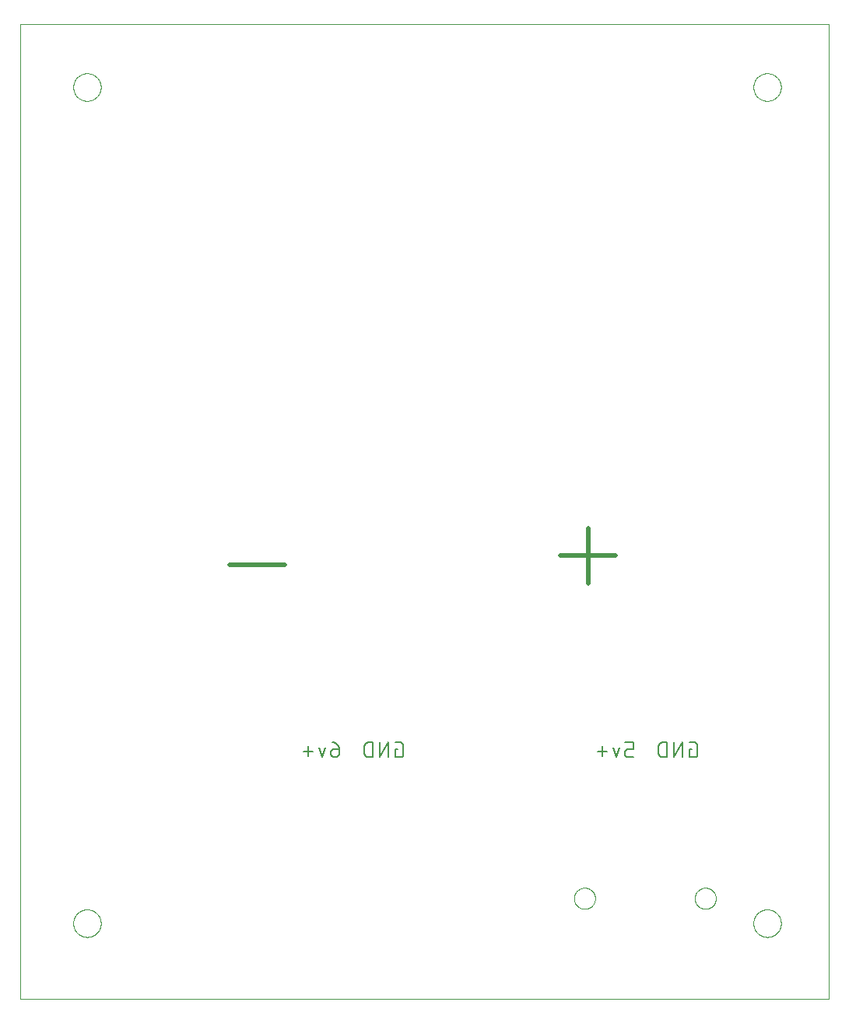
<source format=gbo>
G04 EAGLE Gerber RS-274X export*
G75*
%MOMM*%
%FSLAX34Y34*%
%LPD*%
%INSilk bottom*%
%IPPOS*%
%AMOC8*
5,1,8,0,0,1.08239X$1,22.5*%
G01*
%ADD10C,0.001000*%
%ADD11C,0.508000*%
%ADD12C,0.152400*%
%ADD13C,0.000000*%


D10*
X12286Y7998D02*
X892286Y7998D01*
X892286Y1068368D01*
X12286Y1068368D01*
X12286Y7998D01*
D11*
X600000Y490000D02*
X660000Y490000D01*
X630000Y520000D02*
X630000Y460000D01*
X300000Y480000D02*
X240000Y480000D01*
D12*
X353819Y279793D02*
X359238Y279793D01*
X353819Y279793D02*
X353701Y279791D01*
X353583Y279785D01*
X353465Y279776D01*
X353348Y279762D01*
X353231Y279745D01*
X353114Y279724D01*
X352999Y279699D01*
X352884Y279670D01*
X352770Y279637D01*
X352658Y279601D01*
X352547Y279561D01*
X352437Y279518D01*
X352328Y279471D01*
X352221Y279421D01*
X352116Y279366D01*
X352013Y279309D01*
X351912Y279248D01*
X351812Y279184D01*
X351715Y279117D01*
X351620Y279047D01*
X351528Y278973D01*
X351437Y278897D01*
X351350Y278817D01*
X351265Y278735D01*
X351183Y278650D01*
X351103Y278563D01*
X351027Y278472D01*
X350953Y278380D01*
X350883Y278285D01*
X350816Y278188D01*
X350752Y278088D01*
X350691Y277987D01*
X350634Y277884D01*
X350579Y277779D01*
X350529Y277672D01*
X350482Y277563D01*
X350439Y277453D01*
X350399Y277342D01*
X350363Y277230D01*
X350330Y277116D01*
X350301Y277001D01*
X350276Y276886D01*
X350255Y276769D01*
X350238Y276652D01*
X350224Y276535D01*
X350215Y276417D01*
X350209Y276299D01*
X350207Y276181D01*
X350207Y275278D01*
X350206Y275278D02*
X350208Y275145D01*
X350214Y275013D01*
X350224Y274881D01*
X350237Y274749D01*
X350255Y274617D01*
X350276Y274487D01*
X350301Y274356D01*
X350330Y274227D01*
X350363Y274099D01*
X350399Y273971D01*
X350439Y273845D01*
X350483Y273720D01*
X350531Y273596D01*
X350582Y273474D01*
X350637Y273353D01*
X350695Y273234D01*
X350757Y273116D01*
X350822Y273001D01*
X350891Y272887D01*
X350962Y272776D01*
X351038Y272667D01*
X351116Y272560D01*
X351197Y272455D01*
X351282Y272353D01*
X351369Y272253D01*
X351459Y272156D01*
X351552Y272061D01*
X351648Y271970D01*
X351746Y271881D01*
X351847Y271795D01*
X351951Y271712D01*
X352057Y271632D01*
X352165Y271556D01*
X352275Y271482D01*
X352388Y271412D01*
X352502Y271345D01*
X352619Y271282D01*
X352737Y271222D01*
X352857Y271165D01*
X352979Y271112D01*
X353102Y271063D01*
X353226Y271017D01*
X353352Y270975D01*
X353479Y270937D01*
X353607Y270902D01*
X353736Y270871D01*
X353865Y270844D01*
X353996Y270821D01*
X354127Y270801D01*
X354259Y270786D01*
X354391Y270774D01*
X354523Y270766D01*
X354656Y270762D01*
X354788Y270762D01*
X354921Y270766D01*
X355053Y270774D01*
X355185Y270786D01*
X355317Y270801D01*
X355448Y270821D01*
X355579Y270844D01*
X355708Y270871D01*
X355837Y270902D01*
X355965Y270937D01*
X356092Y270975D01*
X356218Y271017D01*
X356342Y271063D01*
X356465Y271112D01*
X356587Y271165D01*
X356707Y271222D01*
X356825Y271282D01*
X356942Y271345D01*
X357056Y271412D01*
X357169Y271482D01*
X357279Y271556D01*
X357387Y271632D01*
X357493Y271712D01*
X357597Y271795D01*
X357698Y271881D01*
X357796Y271970D01*
X357892Y272061D01*
X357985Y272156D01*
X358075Y272253D01*
X358162Y272353D01*
X358247Y272455D01*
X358328Y272560D01*
X358406Y272667D01*
X358482Y272776D01*
X358553Y272887D01*
X358622Y273001D01*
X358687Y273116D01*
X358749Y273234D01*
X358807Y273353D01*
X358862Y273474D01*
X358913Y273596D01*
X358961Y273720D01*
X359005Y273845D01*
X359045Y273971D01*
X359081Y274099D01*
X359114Y274227D01*
X359143Y274356D01*
X359168Y274487D01*
X359189Y274617D01*
X359207Y274749D01*
X359220Y274881D01*
X359230Y275013D01*
X359236Y275145D01*
X359238Y275278D01*
X359238Y279793D01*
X359236Y279968D01*
X359230Y280142D01*
X359219Y280316D01*
X359204Y280490D01*
X359185Y280664D01*
X359162Y280837D01*
X359135Y281009D01*
X359103Y281181D01*
X359068Y281352D01*
X359028Y281522D01*
X358984Y281691D01*
X358936Y281859D01*
X358884Y282026D01*
X358828Y282191D01*
X358768Y282355D01*
X358705Y282518D01*
X358637Y282678D01*
X358565Y282838D01*
X358490Y282995D01*
X358410Y283151D01*
X358327Y283304D01*
X358241Y283456D01*
X358150Y283605D01*
X358056Y283752D01*
X357959Y283897D01*
X357858Y284040D01*
X357754Y284180D01*
X357646Y284317D01*
X357535Y284452D01*
X357421Y284584D01*
X357304Y284713D01*
X357183Y284840D01*
X357060Y284963D01*
X356933Y285084D01*
X356804Y285201D01*
X356672Y285315D01*
X356537Y285426D01*
X356400Y285534D01*
X356260Y285638D01*
X356117Y285739D01*
X355972Y285836D01*
X355825Y285930D01*
X355676Y286021D01*
X355524Y286107D01*
X355371Y286190D01*
X355215Y286270D01*
X355058Y286345D01*
X354898Y286417D01*
X354738Y286485D01*
X354575Y286548D01*
X354411Y286608D01*
X354246Y286664D01*
X354079Y286716D01*
X353911Y286764D01*
X353742Y286808D01*
X353572Y286848D01*
X353401Y286883D01*
X353229Y286915D01*
X353057Y286942D01*
X352884Y286965D01*
X352710Y286984D01*
X352536Y286999D01*
X352362Y287010D01*
X352188Y287016D01*
X352013Y287018D01*
X344267Y281599D02*
X340654Y270762D01*
X337042Y281599D01*
X330963Y277084D02*
X320126Y277084D01*
X325544Y271665D02*
X325544Y282502D01*
X420207Y279793D02*
X422916Y279793D01*
X420207Y279793D02*
X420207Y270762D01*
X425626Y270762D01*
X425744Y270764D01*
X425862Y270770D01*
X425980Y270779D01*
X426097Y270793D01*
X426214Y270810D01*
X426331Y270831D01*
X426446Y270856D01*
X426561Y270885D01*
X426675Y270918D01*
X426787Y270954D01*
X426898Y270994D01*
X427008Y271037D01*
X427117Y271084D01*
X427224Y271134D01*
X427329Y271189D01*
X427432Y271246D01*
X427533Y271307D01*
X427633Y271371D01*
X427730Y271438D01*
X427825Y271508D01*
X427917Y271582D01*
X428008Y271658D01*
X428095Y271738D01*
X428180Y271820D01*
X428262Y271905D01*
X428342Y271992D01*
X428418Y272083D01*
X428492Y272175D01*
X428562Y272270D01*
X428629Y272367D01*
X428693Y272467D01*
X428754Y272568D01*
X428811Y272671D01*
X428866Y272776D01*
X428916Y272883D01*
X428963Y272992D01*
X429006Y273102D01*
X429046Y273213D01*
X429082Y273325D01*
X429115Y273439D01*
X429144Y273554D01*
X429169Y273669D01*
X429190Y273786D01*
X429207Y273903D01*
X429221Y274020D01*
X429230Y274138D01*
X429236Y274256D01*
X429238Y274374D01*
X429238Y283406D01*
X429236Y283524D01*
X429230Y283642D01*
X429221Y283760D01*
X429207Y283877D01*
X429190Y283994D01*
X429169Y284111D01*
X429144Y284226D01*
X429115Y284341D01*
X429082Y284455D01*
X429046Y284567D01*
X429006Y284678D01*
X428963Y284788D01*
X428916Y284897D01*
X428866Y285004D01*
X428811Y285109D01*
X428754Y285212D01*
X428693Y285313D01*
X428629Y285413D01*
X428562Y285510D01*
X428492Y285605D01*
X428418Y285697D01*
X428342Y285788D01*
X428262Y285875D01*
X428180Y285960D01*
X428095Y286042D01*
X428008Y286122D01*
X427917Y286198D01*
X427825Y286272D01*
X427730Y286342D01*
X427633Y286409D01*
X427533Y286473D01*
X427432Y286534D01*
X427329Y286591D01*
X427224Y286646D01*
X427117Y286696D01*
X427008Y286743D01*
X426898Y286786D01*
X426787Y286826D01*
X426675Y286862D01*
X426561Y286895D01*
X426446Y286924D01*
X426331Y286949D01*
X426214Y286970D01*
X426097Y286987D01*
X425980Y287001D01*
X425862Y287010D01*
X425744Y287016D01*
X425626Y287018D01*
X420207Y287018D01*
X412565Y287018D02*
X412565Y270762D01*
X403534Y270762D02*
X412565Y287018D01*
X403534Y287018D02*
X403534Y270762D01*
X395891Y270762D02*
X395891Y287018D01*
X391376Y287018D01*
X391245Y287016D01*
X391113Y287010D01*
X390982Y287001D01*
X390852Y286987D01*
X390721Y286970D01*
X390592Y286949D01*
X390463Y286925D01*
X390335Y286896D01*
X390207Y286864D01*
X390081Y286828D01*
X389956Y286789D01*
X389831Y286746D01*
X389709Y286699D01*
X389587Y286649D01*
X389467Y286595D01*
X389349Y286538D01*
X389233Y286477D01*
X389118Y286413D01*
X389005Y286346D01*
X388894Y286275D01*
X388786Y286201D01*
X388679Y286124D01*
X388575Y286044D01*
X388473Y285961D01*
X388374Y285876D01*
X388277Y285787D01*
X388183Y285695D01*
X388091Y285601D01*
X388002Y285504D01*
X387917Y285405D01*
X387834Y285303D01*
X387754Y285199D01*
X387677Y285092D01*
X387603Y284984D01*
X387532Y284873D01*
X387465Y284760D01*
X387401Y284645D01*
X387340Y284529D01*
X387283Y284411D01*
X387229Y284291D01*
X387179Y284169D01*
X387132Y284047D01*
X387089Y283922D01*
X387050Y283797D01*
X387014Y283671D01*
X386982Y283543D01*
X386953Y283415D01*
X386929Y283286D01*
X386908Y283157D01*
X386891Y283026D01*
X386877Y282896D01*
X386868Y282765D01*
X386862Y282633D01*
X386860Y282502D01*
X386860Y275278D01*
X386862Y275147D01*
X386868Y275015D01*
X386877Y274884D01*
X386891Y274754D01*
X386908Y274623D01*
X386929Y274494D01*
X386953Y274365D01*
X386982Y274237D01*
X387014Y274109D01*
X387050Y273983D01*
X387089Y273858D01*
X387132Y273733D01*
X387179Y273611D01*
X387229Y273489D01*
X387283Y273369D01*
X387340Y273251D01*
X387401Y273135D01*
X387465Y273020D01*
X387532Y272907D01*
X387603Y272796D01*
X387677Y272688D01*
X387754Y272581D01*
X387834Y272477D01*
X387917Y272375D01*
X388002Y272276D01*
X388091Y272179D01*
X388183Y272085D01*
X388277Y271993D01*
X388374Y271904D01*
X388473Y271819D01*
X388575Y271736D01*
X388679Y271656D01*
X388786Y271579D01*
X388894Y271505D01*
X389005Y271434D01*
X389118Y271367D01*
X389233Y271303D01*
X389349Y271242D01*
X389467Y271185D01*
X389587Y271131D01*
X389709Y271081D01*
X389831Y271034D01*
X389956Y270991D01*
X390081Y270952D01*
X390207Y270916D01*
X390335Y270884D01*
X390463Y270855D01*
X390592Y270831D01*
X390721Y270810D01*
X390852Y270793D01*
X390982Y270779D01*
X391113Y270770D01*
X391245Y270764D01*
X391376Y270762D01*
X395891Y270762D01*
X673819Y270762D02*
X679238Y270762D01*
X673819Y270762D02*
X673701Y270764D01*
X673583Y270770D01*
X673465Y270779D01*
X673348Y270793D01*
X673231Y270810D01*
X673114Y270831D01*
X672999Y270856D01*
X672884Y270885D01*
X672770Y270918D01*
X672658Y270954D01*
X672547Y270994D01*
X672437Y271037D01*
X672328Y271084D01*
X672221Y271134D01*
X672116Y271189D01*
X672013Y271246D01*
X671912Y271307D01*
X671812Y271371D01*
X671715Y271438D01*
X671620Y271508D01*
X671528Y271582D01*
X671437Y271658D01*
X671350Y271738D01*
X671265Y271820D01*
X671183Y271905D01*
X671103Y271992D01*
X671027Y272083D01*
X670953Y272175D01*
X670883Y272270D01*
X670816Y272367D01*
X670752Y272467D01*
X670691Y272568D01*
X670634Y272671D01*
X670579Y272776D01*
X670529Y272883D01*
X670482Y272992D01*
X670439Y273102D01*
X670399Y273213D01*
X670363Y273325D01*
X670330Y273439D01*
X670301Y273554D01*
X670276Y273669D01*
X670255Y273786D01*
X670238Y273903D01*
X670224Y274020D01*
X670215Y274138D01*
X670209Y274256D01*
X670207Y274374D01*
X670207Y276181D01*
X670209Y276299D01*
X670215Y276417D01*
X670224Y276535D01*
X670238Y276652D01*
X670255Y276769D01*
X670276Y276886D01*
X670301Y277001D01*
X670330Y277116D01*
X670363Y277230D01*
X670399Y277342D01*
X670439Y277453D01*
X670482Y277563D01*
X670529Y277672D01*
X670579Y277779D01*
X670634Y277884D01*
X670691Y277987D01*
X670752Y278088D01*
X670816Y278188D01*
X670883Y278285D01*
X670953Y278380D01*
X671027Y278472D01*
X671103Y278563D01*
X671183Y278650D01*
X671265Y278735D01*
X671350Y278817D01*
X671437Y278897D01*
X671528Y278973D01*
X671620Y279047D01*
X671715Y279117D01*
X671812Y279184D01*
X671912Y279248D01*
X672013Y279309D01*
X672116Y279366D01*
X672221Y279421D01*
X672328Y279471D01*
X672437Y279518D01*
X672547Y279561D01*
X672658Y279601D01*
X672770Y279637D01*
X672884Y279670D01*
X672999Y279699D01*
X673114Y279724D01*
X673231Y279745D01*
X673348Y279762D01*
X673465Y279776D01*
X673583Y279785D01*
X673701Y279791D01*
X673819Y279793D01*
X679238Y279793D01*
X679238Y287018D01*
X670207Y287018D01*
X664267Y281599D02*
X660654Y270762D01*
X657042Y281599D01*
X650963Y277084D02*
X640126Y277084D01*
X645544Y271665D02*
X645544Y282502D01*
X740207Y279793D02*
X742916Y279793D01*
X740207Y279793D02*
X740207Y270762D01*
X745626Y270762D01*
X745744Y270764D01*
X745862Y270770D01*
X745980Y270779D01*
X746097Y270793D01*
X746214Y270810D01*
X746331Y270831D01*
X746446Y270856D01*
X746561Y270885D01*
X746675Y270918D01*
X746787Y270954D01*
X746898Y270994D01*
X747008Y271037D01*
X747117Y271084D01*
X747224Y271134D01*
X747329Y271189D01*
X747432Y271246D01*
X747533Y271307D01*
X747633Y271371D01*
X747730Y271438D01*
X747825Y271508D01*
X747917Y271582D01*
X748008Y271658D01*
X748095Y271738D01*
X748180Y271820D01*
X748262Y271905D01*
X748342Y271992D01*
X748418Y272083D01*
X748492Y272175D01*
X748562Y272270D01*
X748629Y272367D01*
X748693Y272467D01*
X748754Y272568D01*
X748811Y272671D01*
X748866Y272776D01*
X748916Y272883D01*
X748963Y272992D01*
X749006Y273102D01*
X749046Y273213D01*
X749082Y273325D01*
X749115Y273439D01*
X749144Y273554D01*
X749169Y273669D01*
X749190Y273786D01*
X749207Y273903D01*
X749221Y274020D01*
X749230Y274138D01*
X749236Y274256D01*
X749238Y274374D01*
X749238Y283406D01*
X749236Y283524D01*
X749230Y283642D01*
X749221Y283760D01*
X749207Y283877D01*
X749190Y283994D01*
X749169Y284111D01*
X749144Y284226D01*
X749115Y284341D01*
X749082Y284455D01*
X749046Y284567D01*
X749006Y284678D01*
X748963Y284788D01*
X748916Y284897D01*
X748866Y285004D01*
X748811Y285109D01*
X748754Y285212D01*
X748693Y285313D01*
X748629Y285413D01*
X748562Y285510D01*
X748492Y285605D01*
X748418Y285697D01*
X748342Y285788D01*
X748262Y285875D01*
X748180Y285960D01*
X748095Y286042D01*
X748008Y286122D01*
X747917Y286198D01*
X747825Y286272D01*
X747730Y286342D01*
X747633Y286409D01*
X747533Y286473D01*
X747432Y286534D01*
X747329Y286591D01*
X747224Y286646D01*
X747117Y286696D01*
X747008Y286743D01*
X746898Y286786D01*
X746787Y286826D01*
X746675Y286862D01*
X746561Y286895D01*
X746446Y286924D01*
X746331Y286949D01*
X746214Y286970D01*
X746097Y286987D01*
X745980Y287001D01*
X745862Y287010D01*
X745744Y287016D01*
X745626Y287018D01*
X740207Y287018D01*
X732565Y287018D02*
X732565Y270762D01*
X723534Y270762D02*
X732565Y287018D01*
X723534Y287018D02*
X723534Y270762D01*
X715891Y270762D02*
X715891Y287018D01*
X711376Y287018D01*
X711245Y287016D01*
X711113Y287010D01*
X710982Y287001D01*
X710852Y286987D01*
X710721Y286970D01*
X710592Y286949D01*
X710463Y286925D01*
X710335Y286896D01*
X710207Y286864D01*
X710081Y286828D01*
X709956Y286789D01*
X709831Y286746D01*
X709709Y286699D01*
X709587Y286649D01*
X709467Y286595D01*
X709349Y286538D01*
X709233Y286477D01*
X709118Y286413D01*
X709005Y286346D01*
X708894Y286275D01*
X708786Y286201D01*
X708679Y286124D01*
X708575Y286044D01*
X708473Y285961D01*
X708374Y285876D01*
X708277Y285787D01*
X708183Y285695D01*
X708091Y285601D01*
X708002Y285504D01*
X707917Y285405D01*
X707834Y285303D01*
X707754Y285199D01*
X707677Y285092D01*
X707603Y284984D01*
X707532Y284873D01*
X707465Y284760D01*
X707401Y284645D01*
X707340Y284529D01*
X707283Y284411D01*
X707229Y284291D01*
X707179Y284169D01*
X707132Y284047D01*
X707089Y283922D01*
X707050Y283797D01*
X707014Y283671D01*
X706982Y283543D01*
X706953Y283415D01*
X706929Y283286D01*
X706908Y283157D01*
X706891Y283026D01*
X706877Y282896D01*
X706868Y282765D01*
X706862Y282633D01*
X706860Y282502D01*
X706860Y275278D01*
X706862Y275147D01*
X706868Y275015D01*
X706877Y274884D01*
X706891Y274754D01*
X706908Y274623D01*
X706929Y274494D01*
X706953Y274365D01*
X706982Y274237D01*
X707014Y274109D01*
X707050Y273983D01*
X707089Y273858D01*
X707132Y273733D01*
X707179Y273611D01*
X707229Y273489D01*
X707283Y273369D01*
X707340Y273251D01*
X707401Y273135D01*
X707465Y273020D01*
X707532Y272907D01*
X707603Y272796D01*
X707677Y272688D01*
X707754Y272581D01*
X707834Y272477D01*
X707917Y272375D01*
X708002Y272276D01*
X708091Y272179D01*
X708183Y272085D01*
X708277Y271993D01*
X708374Y271904D01*
X708473Y271819D01*
X708575Y271736D01*
X708679Y271656D01*
X708786Y271579D01*
X708894Y271505D01*
X709005Y271434D01*
X709118Y271367D01*
X709233Y271303D01*
X709349Y271242D01*
X709467Y271185D01*
X709587Y271131D01*
X709709Y271081D01*
X709831Y271034D01*
X709956Y270991D01*
X710081Y270952D01*
X710207Y270916D01*
X710335Y270884D01*
X710463Y270855D01*
X710592Y270831D01*
X710721Y270810D01*
X710852Y270793D01*
X710982Y270779D01*
X711113Y270770D01*
X711245Y270764D01*
X711376Y270762D01*
X715891Y270762D01*
D13*
X614800Y117099D02*
X614803Y117381D01*
X614814Y117663D01*
X614831Y117945D01*
X614855Y118226D01*
X614886Y118507D01*
X614924Y118786D01*
X614969Y119065D01*
X615021Y119343D01*
X615079Y119619D01*
X615145Y119893D01*
X615217Y120166D01*
X615295Y120437D01*
X615380Y120706D01*
X615472Y120973D01*
X615571Y121238D01*
X615675Y121500D01*
X615787Y121759D01*
X615904Y122016D01*
X616028Y122270D01*
X616158Y122520D01*
X616294Y122767D01*
X616436Y123011D01*
X616584Y123251D01*
X616738Y123488D01*
X616898Y123721D01*
X617063Y123950D01*
X617234Y124174D01*
X617410Y124395D01*
X617592Y124610D01*
X617779Y124822D01*
X617971Y125029D01*
X618168Y125231D01*
X618370Y125428D01*
X618577Y125620D01*
X618789Y125807D01*
X619004Y125989D01*
X619225Y126165D01*
X619449Y126336D01*
X619678Y126501D01*
X619911Y126661D01*
X620148Y126815D01*
X620388Y126963D01*
X620632Y127105D01*
X620879Y127241D01*
X621129Y127371D01*
X621383Y127495D01*
X621640Y127612D01*
X621899Y127724D01*
X622161Y127828D01*
X622426Y127927D01*
X622693Y128019D01*
X622962Y128104D01*
X623233Y128182D01*
X623506Y128254D01*
X623780Y128320D01*
X624056Y128378D01*
X624334Y128430D01*
X624613Y128475D01*
X624892Y128513D01*
X625173Y128544D01*
X625454Y128568D01*
X625736Y128585D01*
X626018Y128596D01*
X626300Y128599D01*
X626582Y128596D01*
X626864Y128585D01*
X627146Y128568D01*
X627427Y128544D01*
X627708Y128513D01*
X627987Y128475D01*
X628266Y128430D01*
X628544Y128378D01*
X628820Y128320D01*
X629094Y128254D01*
X629367Y128182D01*
X629638Y128104D01*
X629907Y128019D01*
X630174Y127927D01*
X630439Y127828D01*
X630701Y127724D01*
X630960Y127612D01*
X631217Y127495D01*
X631471Y127371D01*
X631721Y127241D01*
X631968Y127105D01*
X632212Y126963D01*
X632452Y126815D01*
X632689Y126661D01*
X632922Y126501D01*
X633151Y126336D01*
X633375Y126165D01*
X633596Y125989D01*
X633811Y125807D01*
X634023Y125620D01*
X634230Y125428D01*
X634432Y125231D01*
X634629Y125029D01*
X634821Y124822D01*
X635008Y124610D01*
X635190Y124395D01*
X635366Y124174D01*
X635537Y123950D01*
X635702Y123721D01*
X635862Y123488D01*
X636016Y123251D01*
X636164Y123011D01*
X636306Y122767D01*
X636442Y122520D01*
X636572Y122270D01*
X636696Y122016D01*
X636813Y121759D01*
X636925Y121500D01*
X637029Y121238D01*
X637128Y120973D01*
X637220Y120706D01*
X637305Y120437D01*
X637383Y120166D01*
X637455Y119893D01*
X637521Y119619D01*
X637579Y119343D01*
X637631Y119065D01*
X637676Y118786D01*
X637714Y118507D01*
X637745Y118226D01*
X637769Y117945D01*
X637786Y117663D01*
X637797Y117381D01*
X637800Y117099D01*
X637797Y116817D01*
X637786Y116535D01*
X637769Y116253D01*
X637745Y115972D01*
X637714Y115691D01*
X637676Y115412D01*
X637631Y115133D01*
X637579Y114855D01*
X637521Y114579D01*
X637455Y114305D01*
X637383Y114032D01*
X637305Y113761D01*
X637220Y113492D01*
X637128Y113225D01*
X637029Y112960D01*
X636925Y112698D01*
X636813Y112439D01*
X636696Y112182D01*
X636572Y111928D01*
X636442Y111678D01*
X636306Y111431D01*
X636164Y111187D01*
X636016Y110947D01*
X635862Y110710D01*
X635702Y110477D01*
X635537Y110248D01*
X635366Y110024D01*
X635190Y109803D01*
X635008Y109588D01*
X634821Y109376D01*
X634629Y109169D01*
X634432Y108967D01*
X634230Y108770D01*
X634023Y108578D01*
X633811Y108391D01*
X633596Y108209D01*
X633375Y108033D01*
X633151Y107862D01*
X632922Y107697D01*
X632689Y107537D01*
X632452Y107383D01*
X632212Y107235D01*
X631968Y107093D01*
X631721Y106957D01*
X631471Y106827D01*
X631217Y106703D01*
X630960Y106586D01*
X630701Y106474D01*
X630439Y106370D01*
X630174Y106271D01*
X629907Y106179D01*
X629638Y106094D01*
X629367Y106016D01*
X629094Y105944D01*
X628820Y105878D01*
X628544Y105820D01*
X628266Y105768D01*
X627987Y105723D01*
X627708Y105685D01*
X627427Y105654D01*
X627146Y105630D01*
X626864Y105613D01*
X626582Y105602D01*
X626300Y105599D01*
X626018Y105602D01*
X625736Y105613D01*
X625454Y105630D01*
X625173Y105654D01*
X624892Y105685D01*
X624613Y105723D01*
X624334Y105768D01*
X624056Y105820D01*
X623780Y105878D01*
X623506Y105944D01*
X623233Y106016D01*
X622962Y106094D01*
X622693Y106179D01*
X622426Y106271D01*
X622161Y106370D01*
X621899Y106474D01*
X621640Y106586D01*
X621383Y106703D01*
X621129Y106827D01*
X620879Y106957D01*
X620632Y107093D01*
X620388Y107235D01*
X620148Y107383D01*
X619911Y107537D01*
X619678Y107697D01*
X619449Y107862D01*
X619225Y108033D01*
X619004Y108209D01*
X618789Y108391D01*
X618577Y108578D01*
X618370Y108770D01*
X618168Y108967D01*
X617971Y109169D01*
X617779Y109376D01*
X617592Y109588D01*
X617410Y109803D01*
X617234Y110024D01*
X617063Y110248D01*
X616898Y110477D01*
X616738Y110710D01*
X616584Y110947D01*
X616436Y111187D01*
X616294Y111431D01*
X616158Y111678D01*
X616028Y111928D01*
X615904Y112182D01*
X615787Y112439D01*
X615675Y112698D01*
X615571Y112960D01*
X615472Y113225D01*
X615380Y113492D01*
X615295Y113761D01*
X615217Y114032D01*
X615145Y114305D01*
X615079Y114579D01*
X615021Y114855D01*
X614969Y115133D01*
X614924Y115412D01*
X614886Y115691D01*
X614855Y115972D01*
X614831Y116253D01*
X614814Y116535D01*
X614803Y116817D01*
X614800Y117099D01*
X746200Y117099D02*
X746203Y117381D01*
X746214Y117663D01*
X746231Y117945D01*
X746255Y118226D01*
X746286Y118507D01*
X746324Y118786D01*
X746369Y119065D01*
X746421Y119343D01*
X746479Y119619D01*
X746545Y119893D01*
X746617Y120166D01*
X746695Y120437D01*
X746780Y120706D01*
X746872Y120973D01*
X746971Y121238D01*
X747075Y121500D01*
X747187Y121759D01*
X747304Y122016D01*
X747428Y122270D01*
X747558Y122520D01*
X747694Y122767D01*
X747836Y123011D01*
X747984Y123251D01*
X748138Y123488D01*
X748298Y123721D01*
X748463Y123950D01*
X748634Y124174D01*
X748810Y124395D01*
X748992Y124610D01*
X749179Y124822D01*
X749371Y125029D01*
X749568Y125231D01*
X749770Y125428D01*
X749977Y125620D01*
X750189Y125807D01*
X750404Y125989D01*
X750625Y126165D01*
X750849Y126336D01*
X751078Y126501D01*
X751311Y126661D01*
X751548Y126815D01*
X751788Y126963D01*
X752032Y127105D01*
X752279Y127241D01*
X752529Y127371D01*
X752783Y127495D01*
X753040Y127612D01*
X753299Y127724D01*
X753561Y127828D01*
X753826Y127927D01*
X754093Y128019D01*
X754362Y128104D01*
X754633Y128182D01*
X754906Y128254D01*
X755180Y128320D01*
X755456Y128378D01*
X755734Y128430D01*
X756013Y128475D01*
X756292Y128513D01*
X756573Y128544D01*
X756854Y128568D01*
X757136Y128585D01*
X757418Y128596D01*
X757700Y128599D01*
X757982Y128596D01*
X758264Y128585D01*
X758546Y128568D01*
X758827Y128544D01*
X759108Y128513D01*
X759387Y128475D01*
X759666Y128430D01*
X759944Y128378D01*
X760220Y128320D01*
X760494Y128254D01*
X760767Y128182D01*
X761038Y128104D01*
X761307Y128019D01*
X761574Y127927D01*
X761839Y127828D01*
X762101Y127724D01*
X762360Y127612D01*
X762617Y127495D01*
X762871Y127371D01*
X763121Y127241D01*
X763368Y127105D01*
X763612Y126963D01*
X763852Y126815D01*
X764089Y126661D01*
X764322Y126501D01*
X764551Y126336D01*
X764775Y126165D01*
X764996Y125989D01*
X765211Y125807D01*
X765423Y125620D01*
X765630Y125428D01*
X765832Y125231D01*
X766029Y125029D01*
X766221Y124822D01*
X766408Y124610D01*
X766590Y124395D01*
X766766Y124174D01*
X766937Y123950D01*
X767102Y123721D01*
X767262Y123488D01*
X767416Y123251D01*
X767564Y123011D01*
X767706Y122767D01*
X767842Y122520D01*
X767972Y122270D01*
X768096Y122016D01*
X768213Y121759D01*
X768325Y121500D01*
X768429Y121238D01*
X768528Y120973D01*
X768620Y120706D01*
X768705Y120437D01*
X768783Y120166D01*
X768855Y119893D01*
X768921Y119619D01*
X768979Y119343D01*
X769031Y119065D01*
X769076Y118786D01*
X769114Y118507D01*
X769145Y118226D01*
X769169Y117945D01*
X769186Y117663D01*
X769197Y117381D01*
X769200Y117099D01*
X769197Y116817D01*
X769186Y116535D01*
X769169Y116253D01*
X769145Y115972D01*
X769114Y115691D01*
X769076Y115412D01*
X769031Y115133D01*
X768979Y114855D01*
X768921Y114579D01*
X768855Y114305D01*
X768783Y114032D01*
X768705Y113761D01*
X768620Y113492D01*
X768528Y113225D01*
X768429Y112960D01*
X768325Y112698D01*
X768213Y112439D01*
X768096Y112182D01*
X767972Y111928D01*
X767842Y111678D01*
X767706Y111431D01*
X767564Y111187D01*
X767416Y110947D01*
X767262Y110710D01*
X767102Y110477D01*
X766937Y110248D01*
X766766Y110024D01*
X766590Y109803D01*
X766408Y109588D01*
X766221Y109376D01*
X766029Y109169D01*
X765832Y108967D01*
X765630Y108770D01*
X765423Y108578D01*
X765211Y108391D01*
X764996Y108209D01*
X764775Y108033D01*
X764551Y107862D01*
X764322Y107697D01*
X764089Y107537D01*
X763852Y107383D01*
X763612Y107235D01*
X763368Y107093D01*
X763121Y106957D01*
X762871Y106827D01*
X762617Y106703D01*
X762360Y106586D01*
X762101Y106474D01*
X761839Y106370D01*
X761574Y106271D01*
X761307Y106179D01*
X761038Y106094D01*
X760767Y106016D01*
X760494Y105944D01*
X760220Y105878D01*
X759944Y105820D01*
X759666Y105768D01*
X759387Y105723D01*
X759108Y105685D01*
X758827Y105654D01*
X758546Y105630D01*
X758264Y105613D01*
X757982Y105602D01*
X757700Y105599D01*
X757418Y105602D01*
X757136Y105613D01*
X756854Y105630D01*
X756573Y105654D01*
X756292Y105685D01*
X756013Y105723D01*
X755734Y105768D01*
X755456Y105820D01*
X755180Y105878D01*
X754906Y105944D01*
X754633Y106016D01*
X754362Y106094D01*
X754093Y106179D01*
X753826Y106271D01*
X753561Y106370D01*
X753299Y106474D01*
X753040Y106586D01*
X752783Y106703D01*
X752529Y106827D01*
X752279Y106957D01*
X752032Y107093D01*
X751788Y107235D01*
X751548Y107383D01*
X751311Y107537D01*
X751078Y107697D01*
X750849Y107862D01*
X750625Y108033D01*
X750404Y108209D01*
X750189Y108391D01*
X749977Y108578D01*
X749770Y108770D01*
X749568Y108967D01*
X749371Y109169D01*
X749179Y109376D01*
X748992Y109588D01*
X748810Y109803D01*
X748634Y110024D01*
X748463Y110248D01*
X748298Y110477D01*
X748138Y110710D01*
X747984Y110947D01*
X747836Y111187D01*
X747694Y111431D01*
X747558Y111678D01*
X747428Y111928D01*
X747304Y112182D01*
X747187Y112439D01*
X747075Y112698D01*
X746971Y112960D01*
X746872Y113225D01*
X746780Y113492D01*
X746695Y113761D01*
X746617Y114032D01*
X746545Y114305D01*
X746479Y114579D01*
X746421Y114855D01*
X746369Y115133D01*
X746324Y115412D01*
X746286Y115691D01*
X746255Y115972D01*
X746231Y116253D01*
X746214Y116535D01*
X746203Y116817D01*
X746200Y117099D01*
X70000Y90000D02*
X70005Y90368D01*
X70018Y90736D01*
X70041Y91103D01*
X70072Y91470D01*
X70113Y91836D01*
X70162Y92201D01*
X70221Y92564D01*
X70288Y92926D01*
X70364Y93287D01*
X70450Y93645D01*
X70543Y94001D01*
X70646Y94354D01*
X70757Y94705D01*
X70877Y95053D01*
X71005Y95398D01*
X71142Y95740D01*
X71287Y96079D01*
X71440Y96413D01*
X71602Y96744D01*
X71771Y97071D01*
X71949Y97393D01*
X72134Y97712D01*
X72327Y98025D01*
X72528Y98334D01*
X72736Y98637D01*
X72952Y98935D01*
X73175Y99228D01*
X73405Y99516D01*
X73642Y99798D01*
X73886Y100073D01*
X74136Y100343D01*
X74393Y100607D01*
X74657Y100864D01*
X74927Y101114D01*
X75202Y101358D01*
X75484Y101595D01*
X75772Y101825D01*
X76065Y102048D01*
X76363Y102264D01*
X76666Y102472D01*
X76975Y102673D01*
X77288Y102866D01*
X77607Y103051D01*
X77929Y103229D01*
X78256Y103398D01*
X78587Y103560D01*
X78921Y103713D01*
X79260Y103858D01*
X79602Y103995D01*
X79947Y104123D01*
X80295Y104243D01*
X80646Y104354D01*
X80999Y104457D01*
X81355Y104550D01*
X81713Y104636D01*
X82074Y104712D01*
X82436Y104779D01*
X82799Y104838D01*
X83164Y104887D01*
X83530Y104928D01*
X83897Y104959D01*
X84264Y104982D01*
X84632Y104995D01*
X85000Y105000D01*
X85368Y104995D01*
X85736Y104982D01*
X86103Y104959D01*
X86470Y104928D01*
X86836Y104887D01*
X87201Y104838D01*
X87564Y104779D01*
X87926Y104712D01*
X88287Y104636D01*
X88645Y104550D01*
X89001Y104457D01*
X89354Y104354D01*
X89705Y104243D01*
X90053Y104123D01*
X90398Y103995D01*
X90740Y103858D01*
X91079Y103713D01*
X91413Y103560D01*
X91744Y103398D01*
X92071Y103229D01*
X92393Y103051D01*
X92712Y102866D01*
X93025Y102673D01*
X93334Y102472D01*
X93637Y102264D01*
X93935Y102048D01*
X94228Y101825D01*
X94516Y101595D01*
X94798Y101358D01*
X95073Y101114D01*
X95343Y100864D01*
X95607Y100607D01*
X95864Y100343D01*
X96114Y100073D01*
X96358Y99798D01*
X96595Y99516D01*
X96825Y99228D01*
X97048Y98935D01*
X97264Y98637D01*
X97472Y98334D01*
X97673Y98025D01*
X97866Y97712D01*
X98051Y97393D01*
X98229Y97071D01*
X98398Y96744D01*
X98560Y96413D01*
X98713Y96079D01*
X98858Y95740D01*
X98995Y95398D01*
X99123Y95053D01*
X99243Y94705D01*
X99354Y94354D01*
X99457Y94001D01*
X99550Y93645D01*
X99636Y93287D01*
X99712Y92926D01*
X99779Y92564D01*
X99838Y92201D01*
X99887Y91836D01*
X99928Y91470D01*
X99959Y91103D01*
X99982Y90736D01*
X99995Y90368D01*
X100000Y90000D01*
X99995Y89632D01*
X99982Y89264D01*
X99959Y88897D01*
X99928Y88530D01*
X99887Y88164D01*
X99838Y87799D01*
X99779Y87436D01*
X99712Y87074D01*
X99636Y86713D01*
X99550Y86355D01*
X99457Y85999D01*
X99354Y85646D01*
X99243Y85295D01*
X99123Y84947D01*
X98995Y84602D01*
X98858Y84260D01*
X98713Y83921D01*
X98560Y83587D01*
X98398Y83256D01*
X98229Y82929D01*
X98051Y82607D01*
X97866Y82288D01*
X97673Y81975D01*
X97472Y81666D01*
X97264Y81363D01*
X97048Y81065D01*
X96825Y80772D01*
X96595Y80484D01*
X96358Y80202D01*
X96114Y79927D01*
X95864Y79657D01*
X95607Y79393D01*
X95343Y79136D01*
X95073Y78886D01*
X94798Y78642D01*
X94516Y78405D01*
X94228Y78175D01*
X93935Y77952D01*
X93637Y77736D01*
X93334Y77528D01*
X93025Y77327D01*
X92712Y77134D01*
X92393Y76949D01*
X92071Y76771D01*
X91744Y76602D01*
X91413Y76440D01*
X91079Y76287D01*
X90740Y76142D01*
X90398Y76005D01*
X90053Y75877D01*
X89705Y75757D01*
X89354Y75646D01*
X89001Y75543D01*
X88645Y75450D01*
X88287Y75364D01*
X87926Y75288D01*
X87564Y75221D01*
X87201Y75162D01*
X86836Y75113D01*
X86470Y75072D01*
X86103Y75041D01*
X85736Y75018D01*
X85368Y75005D01*
X85000Y75000D01*
X84632Y75005D01*
X84264Y75018D01*
X83897Y75041D01*
X83530Y75072D01*
X83164Y75113D01*
X82799Y75162D01*
X82436Y75221D01*
X82074Y75288D01*
X81713Y75364D01*
X81355Y75450D01*
X80999Y75543D01*
X80646Y75646D01*
X80295Y75757D01*
X79947Y75877D01*
X79602Y76005D01*
X79260Y76142D01*
X78921Y76287D01*
X78587Y76440D01*
X78256Y76602D01*
X77929Y76771D01*
X77607Y76949D01*
X77288Y77134D01*
X76975Y77327D01*
X76666Y77528D01*
X76363Y77736D01*
X76065Y77952D01*
X75772Y78175D01*
X75484Y78405D01*
X75202Y78642D01*
X74927Y78886D01*
X74657Y79136D01*
X74393Y79393D01*
X74136Y79657D01*
X73886Y79927D01*
X73642Y80202D01*
X73405Y80484D01*
X73175Y80772D01*
X72952Y81065D01*
X72736Y81363D01*
X72528Y81666D01*
X72327Y81975D01*
X72134Y82288D01*
X71949Y82607D01*
X71771Y82929D01*
X71602Y83256D01*
X71440Y83587D01*
X71287Y83921D01*
X71142Y84260D01*
X71005Y84602D01*
X70877Y84947D01*
X70757Y85295D01*
X70646Y85646D01*
X70543Y85999D01*
X70450Y86355D01*
X70364Y86713D01*
X70288Y87074D01*
X70221Y87436D01*
X70162Y87799D01*
X70113Y88164D01*
X70072Y88530D01*
X70041Y88897D01*
X70018Y89264D01*
X70005Y89632D01*
X70000Y90000D01*
X810000Y90000D02*
X810005Y90368D01*
X810018Y90736D01*
X810041Y91103D01*
X810072Y91470D01*
X810113Y91836D01*
X810162Y92201D01*
X810221Y92564D01*
X810288Y92926D01*
X810364Y93287D01*
X810450Y93645D01*
X810543Y94001D01*
X810646Y94354D01*
X810757Y94705D01*
X810877Y95053D01*
X811005Y95398D01*
X811142Y95740D01*
X811287Y96079D01*
X811440Y96413D01*
X811602Y96744D01*
X811771Y97071D01*
X811949Y97393D01*
X812134Y97712D01*
X812327Y98025D01*
X812528Y98334D01*
X812736Y98637D01*
X812952Y98935D01*
X813175Y99228D01*
X813405Y99516D01*
X813642Y99798D01*
X813886Y100073D01*
X814136Y100343D01*
X814393Y100607D01*
X814657Y100864D01*
X814927Y101114D01*
X815202Y101358D01*
X815484Y101595D01*
X815772Y101825D01*
X816065Y102048D01*
X816363Y102264D01*
X816666Y102472D01*
X816975Y102673D01*
X817288Y102866D01*
X817607Y103051D01*
X817929Y103229D01*
X818256Y103398D01*
X818587Y103560D01*
X818921Y103713D01*
X819260Y103858D01*
X819602Y103995D01*
X819947Y104123D01*
X820295Y104243D01*
X820646Y104354D01*
X820999Y104457D01*
X821355Y104550D01*
X821713Y104636D01*
X822074Y104712D01*
X822436Y104779D01*
X822799Y104838D01*
X823164Y104887D01*
X823530Y104928D01*
X823897Y104959D01*
X824264Y104982D01*
X824632Y104995D01*
X825000Y105000D01*
X825368Y104995D01*
X825736Y104982D01*
X826103Y104959D01*
X826470Y104928D01*
X826836Y104887D01*
X827201Y104838D01*
X827564Y104779D01*
X827926Y104712D01*
X828287Y104636D01*
X828645Y104550D01*
X829001Y104457D01*
X829354Y104354D01*
X829705Y104243D01*
X830053Y104123D01*
X830398Y103995D01*
X830740Y103858D01*
X831079Y103713D01*
X831413Y103560D01*
X831744Y103398D01*
X832071Y103229D01*
X832393Y103051D01*
X832712Y102866D01*
X833025Y102673D01*
X833334Y102472D01*
X833637Y102264D01*
X833935Y102048D01*
X834228Y101825D01*
X834516Y101595D01*
X834798Y101358D01*
X835073Y101114D01*
X835343Y100864D01*
X835607Y100607D01*
X835864Y100343D01*
X836114Y100073D01*
X836358Y99798D01*
X836595Y99516D01*
X836825Y99228D01*
X837048Y98935D01*
X837264Y98637D01*
X837472Y98334D01*
X837673Y98025D01*
X837866Y97712D01*
X838051Y97393D01*
X838229Y97071D01*
X838398Y96744D01*
X838560Y96413D01*
X838713Y96079D01*
X838858Y95740D01*
X838995Y95398D01*
X839123Y95053D01*
X839243Y94705D01*
X839354Y94354D01*
X839457Y94001D01*
X839550Y93645D01*
X839636Y93287D01*
X839712Y92926D01*
X839779Y92564D01*
X839838Y92201D01*
X839887Y91836D01*
X839928Y91470D01*
X839959Y91103D01*
X839982Y90736D01*
X839995Y90368D01*
X840000Y90000D01*
X839995Y89632D01*
X839982Y89264D01*
X839959Y88897D01*
X839928Y88530D01*
X839887Y88164D01*
X839838Y87799D01*
X839779Y87436D01*
X839712Y87074D01*
X839636Y86713D01*
X839550Y86355D01*
X839457Y85999D01*
X839354Y85646D01*
X839243Y85295D01*
X839123Y84947D01*
X838995Y84602D01*
X838858Y84260D01*
X838713Y83921D01*
X838560Y83587D01*
X838398Y83256D01*
X838229Y82929D01*
X838051Y82607D01*
X837866Y82288D01*
X837673Y81975D01*
X837472Y81666D01*
X837264Y81363D01*
X837048Y81065D01*
X836825Y80772D01*
X836595Y80484D01*
X836358Y80202D01*
X836114Y79927D01*
X835864Y79657D01*
X835607Y79393D01*
X835343Y79136D01*
X835073Y78886D01*
X834798Y78642D01*
X834516Y78405D01*
X834228Y78175D01*
X833935Y77952D01*
X833637Y77736D01*
X833334Y77528D01*
X833025Y77327D01*
X832712Y77134D01*
X832393Y76949D01*
X832071Y76771D01*
X831744Y76602D01*
X831413Y76440D01*
X831079Y76287D01*
X830740Y76142D01*
X830398Y76005D01*
X830053Y75877D01*
X829705Y75757D01*
X829354Y75646D01*
X829001Y75543D01*
X828645Y75450D01*
X828287Y75364D01*
X827926Y75288D01*
X827564Y75221D01*
X827201Y75162D01*
X826836Y75113D01*
X826470Y75072D01*
X826103Y75041D01*
X825736Y75018D01*
X825368Y75005D01*
X825000Y75000D01*
X824632Y75005D01*
X824264Y75018D01*
X823897Y75041D01*
X823530Y75072D01*
X823164Y75113D01*
X822799Y75162D01*
X822436Y75221D01*
X822074Y75288D01*
X821713Y75364D01*
X821355Y75450D01*
X820999Y75543D01*
X820646Y75646D01*
X820295Y75757D01*
X819947Y75877D01*
X819602Y76005D01*
X819260Y76142D01*
X818921Y76287D01*
X818587Y76440D01*
X818256Y76602D01*
X817929Y76771D01*
X817607Y76949D01*
X817288Y77134D01*
X816975Y77327D01*
X816666Y77528D01*
X816363Y77736D01*
X816065Y77952D01*
X815772Y78175D01*
X815484Y78405D01*
X815202Y78642D01*
X814927Y78886D01*
X814657Y79136D01*
X814393Y79393D01*
X814136Y79657D01*
X813886Y79927D01*
X813642Y80202D01*
X813405Y80484D01*
X813175Y80772D01*
X812952Y81065D01*
X812736Y81363D01*
X812528Y81666D01*
X812327Y81975D01*
X812134Y82288D01*
X811949Y82607D01*
X811771Y82929D01*
X811602Y83256D01*
X811440Y83587D01*
X811287Y83921D01*
X811142Y84260D01*
X811005Y84602D01*
X810877Y84947D01*
X810757Y85295D01*
X810646Y85646D01*
X810543Y85999D01*
X810450Y86355D01*
X810364Y86713D01*
X810288Y87074D01*
X810221Y87436D01*
X810162Y87799D01*
X810113Y88164D01*
X810072Y88530D01*
X810041Y88897D01*
X810018Y89264D01*
X810005Y89632D01*
X810000Y90000D01*
X810000Y1000000D02*
X810005Y1000368D01*
X810018Y1000736D01*
X810041Y1001103D01*
X810072Y1001470D01*
X810113Y1001836D01*
X810162Y1002201D01*
X810221Y1002564D01*
X810288Y1002926D01*
X810364Y1003287D01*
X810450Y1003645D01*
X810543Y1004001D01*
X810646Y1004354D01*
X810757Y1004705D01*
X810877Y1005053D01*
X811005Y1005398D01*
X811142Y1005740D01*
X811287Y1006079D01*
X811440Y1006413D01*
X811602Y1006744D01*
X811771Y1007071D01*
X811949Y1007393D01*
X812134Y1007712D01*
X812327Y1008025D01*
X812528Y1008334D01*
X812736Y1008637D01*
X812952Y1008935D01*
X813175Y1009228D01*
X813405Y1009516D01*
X813642Y1009798D01*
X813886Y1010073D01*
X814136Y1010343D01*
X814393Y1010607D01*
X814657Y1010864D01*
X814927Y1011114D01*
X815202Y1011358D01*
X815484Y1011595D01*
X815772Y1011825D01*
X816065Y1012048D01*
X816363Y1012264D01*
X816666Y1012472D01*
X816975Y1012673D01*
X817288Y1012866D01*
X817607Y1013051D01*
X817929Y1013229D01*
X818256Y1013398D01*
X818587Y1013560D01*
X818921Y1013713D01*
X819260Y1013858D01*
X819602Y1013995D01*
X819947Y1014123D01*
X820295Y1014243D01*
X820646Y1014354D01*
X820999Y1014457D01*
X821355Y1014550D01*
X821713Y1014636D01*
X822074Y1014712D01*
X822436Y1014779D01*
X822799Y1014838D01*
X823164Y1014887D01*
X823530Y1014928D01*
X823897Y1014959D01*
X824264Y1014982D01*
X824632Y1014995D01*
X825000Y1015000D01*
X825368Y1014995D01*
X825736Y1014982D01*
X826103Y1014959D01*
X826470Y1014928D01*
X826836Y1014887D01*
X827201Y1014838D01*
X827564Y1014779D01*
X827926Y1014712D01*
X828287Y1014636D01*
X828645Y1014550D01*
X829001Y1014457D01*
X829354Y1014354D01*
X829705Y1014243D01*
X830053Y1014123D01*
X830398Y1013995D01*
X830740Y1013858D01*
X831079Y1013713D01*
X831413Y1013560D01*
X831744Y1013398D01*
X832071Y1013229D01*
X832393Y1013051D01*
X832712Y1012866D01*
X833025Y1012673D01*
X833334Y1012472D01*
X833637Y1012264D01*
X833935Y1012048D01*
X834228Y1011825D01*
X834516Y1011595D01*
X834798Y1011358D01*
X835073Y1011114D01*
X835343Y1010864D01*
X835607Y1010607D01*
X835864Y1010343D01*
X836114Y1010073D01*
X836358Y1009798D01*
X836595Y1009516D01*
X836825Y1009228D01*
X837048Y1008935D01*
X837264Y1008637D01*
X837472Y1008334D01*
X837673Y1008025D01*
X837866Y1007712D01*
X838051Y1007393D01*
X838229Y1007071D01*
X838398Y1006744D01*
X838560Y1006413D01*
X838713Y1006079D01*
X838858Y1005740D01*
X838995Y1005398D01*
X839123Y1005053D01*
X839243Y1004705D01*
X839354Y1004354D01*
X839457Y1004001D01*
X839550Y1003645D01*
X839636Y1003287D01*
X839712Y1002926D01*
X839779Y1002564D01*
X839838Y1002201D01*
X839887Y1001836D01*
X839928Y1001470D01*
X839959Y1001103D01*
X839982Y1000736D01*
X839995Y1000368D01*
X840000Y1000000D01*
X839995Y999632D01*
X839982Y999264D01*
X839959Y998897D01*
X839928Y998530D01*
X839887Y998164D01*
X839838Y997799D01*
X839779Y997436D01*
X839712Y997074D01*
X839636Y996713D01*
X839550Y996355D01*
X839457Y995999D01*
X839354Y995646D01*
X839243Y995295D01*
X839123Y994947D01*
X838995Y994602D01*
X838858Y994260D01*
X838713Y993921D01*
X838560Y993587D01*
X838398Y993256D01*
X838229Y992929D01*
X838051Y992607D01*
X837866Y992288D01*
X837673Y991975D01*
X837472Y991666D01*
X837264Y991363D01*
X837048Y991065D01*
X836825Y990772D01*
X836595Y990484D01*
X836358Y990202D01*
X836114Y989927D01*
X835864Y989657D01*
X835607Y989393D01*
X835343Y989136D01*
X835073Y988886D01*
X834798Y988642D01*
X834516Y988405D01*
X834228Y988175D01*
X833935Y987952D01*
X833637Y987736D01*
X833334Y987528D01*
X833025Y987327D01*
X832712Y987134D01*
X832393Y986949D01*
X832071Y986771D01*
X831744Y986602D01*
X831413Y986440D01*
X831079Y986287D01*
X830740Y986142D01*
X830398Y986005D01*
X830053Y985877D01*
X829705Y985757D01*
X829354Y985646D01*
X829001Y985543D01*
X828645Y985450D01*
X828287Y985364D01*
X827926Y985288D01*
X827564Y985221D01*
X827201Y985162D01*
X826836Y985113D01*
X826470Y985072D01*
X826103Y985041D01*
X825736Y985018D01*
X825368Y985005D01*
X825000Y985000D01*
X824632Y985005D01*
X824264Y985018D01*
X823897Y985041D01*
X823530Y985072D01*
X823164Y985113D01*
X822799Y985162D01*
X822436Y985221D01*
X822074Y985288D01*
X821713Y985364D01*
X821355Y985450D01*
X820999Y985543D01*
X820646Y985646D01*
X820295Y985757D01*
X819947Y985877D01*
X819602Y986005D01*
X819260Y986142D01*
X818921Y986287D01*
X818587Y986440D01*
X818256Y986602D01*
X817929Y986771D01*
X817607Y986949D01*
X817288Y987134D01*
X816975Y987327D01*
X816666Y987528D01*
X816363Y987736D01*
X816065Y987952D01*
X815772Y988175D01*
X815484Y988405D01*
X815202Y988642D01*
X814927Y988886D01*
X814657Y989136D01*
X814393Y989393D01*
X814136Y989657D01*
X813886Y989927D01*
X813642Y990202D01*
X813405Y990484D01*
X813175Y990772D01*
X812952Y991065D01*
X812736Y991363D01*
X812528Y991666D01*
X812327Y991975D01*
X812134Y992288D01*
X811949Y992607D01*
X811771Y992929D01*
X811602Y993256D01*
X811440Y993587D01*
X811287Y993921D01*
X811142Y994260D01*
X811005Y994602D01*
X810877Y994947D01*
X810757Y995295D01*
X810646Y995646D01*
X810543Y995999D01*
X810450Y996355D01*
X810364Y996713D01*
X810288Y997074D01*
X810221Y997436D01*
X810162Y997799D01*
X810113Y998164D01*
X810072Y998530D01*
X810041Y998897D01*
X810018Y999264D01*
X810005Y999632D01*
X810000Y1000000D01*
X70000Y1000000D02*
X70005Y1000368D01*
X70018Y1000736D01*
X70041Y1001103D01*
X70072Y1001470D01*
X70113Y1001836D01*
X70162Y1002201D01*
X70221Y1002564D01*
X70288Y1002926D01*
X70364Y1003287D01*
X70450Y1003645D01*
X70543Y1004001D01*
X70646Y1004354D01*
X70757Y1004705D01*
X70877Y1005053D01*
X71005Y1005398D01*
X71142Y1005740D01*
X71287Y1006079D01*
X71440Y1006413D01*
X71602Y1006744D01*
X71771Y1007071D01*
X71949Y1007393D01*
X72134Y1007712D01*
X72327Y1008025D01*
X72528Y1008334D01*
X72736Y1008637D01*
X72952Y1008935D01*
X73175Y1009228D01*
X73405Y1009516D01*
X73642Y1009798D01*
X73886Y1010073D01*
X74136Y1010343D01*
X74393Y1010607D01*
X74657Y1010864D01*
X74927Y1011114D01*
X75202Y1011358D01*
X75484Y1011595D01*
X75772Y1011825D01*
X76065Y1012048D01*
X76363Y1012264D01*
X76666Y1012472D01*
X76975Y1012673D01*
X77288Y1012866D01*
X77607Y1013051D01*
X77929Y1013229D01*
X78256Y1013398D01*
X78587Y1013560D01*
X78921Y1013713D01*
X79260Y1013858D01*
X79602Y1013995D01*
X79947Y1014123D01*
X80295Y1014243D01*
X80646Y1014354D01*
X80999Y1014457D01*
X81355Y1014550D01*
X81713Y1014636D01*
X82074Y1014712D01*
X82436Y1014779D01*
X82799Y1014838D01*
X83164Y1014887D01*
X83530Y1014928D01*
X83897Y1014959D01*
X84264Y1014982D01*
X84632Y1014995D01*
X85000Y1015000D01*
X85368Y1014995D01*
X85736Y1014982D01*
X86103Y1014959D01*
X86470Y1014928D01*
X86836Y1014887D01*
X87201Y1014838D01*
X87564Y1014779D01*
X87926Y1014712D01*
X88287Y1014636D01*
X88645Y1014550D01*
X89001Y1014457D01*
X89354Y1014354D01*
X89705Y1014243D01*
X90053Y1014123D01*
X90398Y1013995D01*
X90740Y1013858D01*
X91079Y1013713D01*
X91413Y1013560D01*
X91744Y1013398D01*
X92071Y1013229D01*
X92393Y1013051D01*
X92712Y1012866D01*
X93025Y1012673D01*
X93334Y1012472D01*
X93637Y1012264D01*
X93935Y1012048D01*
X94228Y1011825D01*
X94516Y1011595D01*
X94798Y1011358D01*
X95073Y1011114D01*
X95343Y1010864D01*
X95607Y1010607D01*
X95864Y1010343D01*
X96114Y1010073D01*
X96358Y1009798D01*
X96595Y1009516D01*
X96825Y1009228D01*
X97048Y1008935D01*
X97264Y1008637D01*
X97472Y1008334D01*
X97673Y1008025D01*
X97866Y1007712D01*
X98051Y1007393D01*
X98229Y1007071D01*
X98398Y1006744D01*
X98560Y1006413D01*
X98713Y1006079D01*
X98858Y1005740D01*
X98995Y1005398D01*
X99123Y1005053D01*
X99243Y1004705D01*
X99354Y1004354D01*
X99457Y1004001D01*
X99550Y1003645D01*
X99636Y1003287D01*
X99712Y1002926D01*
X99779Y1002564D01*
X99838Y1002201D01*
X99887Y1001836D01*
X99928Y1001470D01*
X99959Y1001103D01*
X99982Y1000736D01*
X99995Y1000368D01*
X100000Y1000000D01*
X99995Y999632D01*
X99982Y999264D01*
X99959Y998897D01*
X99928Y998530D01*
X99887Y998164D01*
X99838Y997799D01*
X99779Y997436D01*
X99712Y997074D01*
X99636Y996713D01*
X99550Y996355D01*
X99457Y995999D01*
X99354Y995646D01*
X99243Y995295D01*
X99123Y994947D01*
X98995Y994602D01*
X98858Y994260D01*
X98713Y993921D01*
X98560Y993587D01*
X98398Y993256D01*
X98229Y992929D01*
X98051Y992607D01*
X97866Y992288D01*
X97673Y991975D01*
X97472Y991666D01*
X97264Y991363D01*
X97048Y991065D01*
X96825Y990772D01*
X96595Y990484D01*
X96358Y990202D01*
X96114Y989927D01*
X95864Y989657D01*
X95607Y989393D01*
X95343Y989136D01*
X95073Y988886D01*
X94798Y988642D01*
X94516Y988405D01*
X94228Y988175D01*
X93935Y987952D01*
X93637Y987736D01*
X93334Y987528D01*
X93025Y987327D01*
X92712Y987134D01*
X92393Y986949D01*
X92071Y986771D01*
X91744Y986602D01*
X91413Y986440D01*
X91079Y986287D01*
X90740Y986142D01*
X90398Y986005D01*
X90053Y985877D01*
X89705Y985757D01*
X89354Y985646D01*
X89001Y985543D01*
X88645Y985450D01*
X88287Y985364D01*
X87926Y985288D01*
X87564Y985221D01*
X87201Y985162D01*
X86836Y985113D01*
X86470Y985072D01*
X86103Y985041D01*
X85736Y985018D01*
X85368Y985005D01*
X85000Y985000D01*
X84632Y985005D01*
X84264Y985018D01*
X83897Y985041D01*
X83530Y985072D01*
X83164Y985113D01*
X82799Y985162D01*
X82436Y985221D01*
X82074Y985288D01*
X81713Y985364D01*
X81355Y985450D01*
X80999Y985543D01*
X80646Y985646D01*
X80295Y985757D01*
X79947Y985877D01*
X79602Y986005D01*
X79260Y986142D01*
X78921Y986287D01*
X78587Y986440D01*
X78256Y986602D01*
X77929Y986771D01*
X77607Y986949D01*
X77288Y987134D01*
X76975Y987327D01*
X76666Y987528D01*
X76363Y987736D01*
X76065Y987952D01*
X75772Y988175D01*
X75484Y988405D01*
X75202Y988642D01*
X74927Y988886D01*
X74657Y989136D01*
X74393Y989393D01*
X74136Y989657D01*
X73886Y989927D01*
X73642Y990202D01*
X73405Y990484D01*
X73175Y990772D01*
X72952Y991065D01*
X72736Y991363D01*
X72528Y991666D01*
X72327Y991975D01*
X72134Y992288D01*
X71949Y992607D01*
X71771Y992929D01*
X71602Y993256D01*
X71440Y993587D01*
X71287Y993921D01*
X71142Y994260D01*
X71005Y994602D01*
X70877Y994947D01*
X70757Y995295D01*
X70646Y995646D01*
X70543Y995999D01*
X70450Y996355D01*
X70364Y996713D01*
X70288Y997074D01*
X70221Y997436D01*
X70162Y997799D01*
X70113Y998164D01*
X70072Y998530D01*
X70041Y998897D01*
X70018Y999264D01*
X70005Y999632D01*
X70000Y1000000D01*
M02*

</source>
